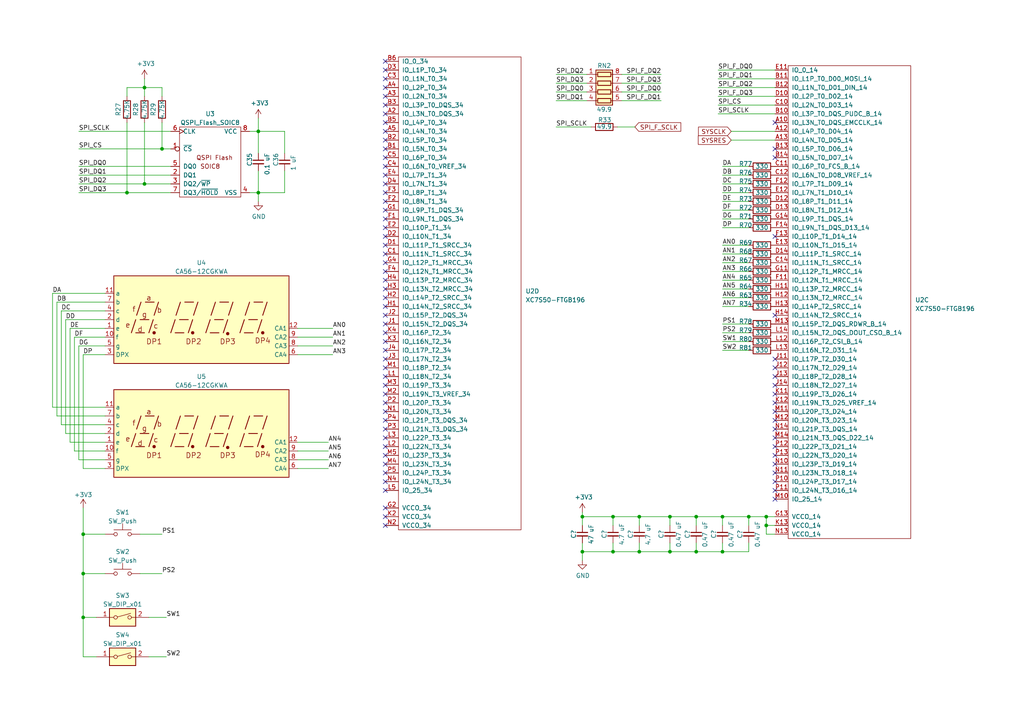
<source format=kicad_sch>
(kicad_sch (version 20230121) (generator eeschema)
  (paper "A4")
  (lib_symbols
    (symbol "Device:C_Small" (pin_numbers hide) (pin_names (offset 0.254) hide)
      (property "Reference" "C" (at 0.254 1.778 0))
      (property "Value" "C_Small" (at 0.254 -2.032 0))
      (symbol "C_Small_0_1"
        (polyline (pts (xy -1.524 -0.508) (xy 1.524 -0.508)) (stroke (width 0.3302)))
        (polyline (pts (xy -1.524 0.508) (xy 1.524 0.508)) (stroke (width 0.3048)))
      )
      (symbol "C_Small_1_1"
        (pin passive line (at 0 2.54 270) (length 2.032) (name "~") (number "1"))
        (pin passive line (at 0 -2.54 90) (length 2.032) (name "~") (number "2"))
      )
    )
    (symbol "Device:R" (pin_numbers hide) (pin_names (offset 0))
      (property "Reference" "R" (at 2.032 0 90))
      (property "Value" "R" (at 0 0 90))
      (symbol "R_0_1"
        (rectangle (start -1.016 -2.54) (end 1.016 2.54) (stroke (width 0.254)))
      )
      (symbol "R_1_1"
        (pin passive line (at 0 3.81 270) (length 1.27) (name "~") (number "1"))
        (pin passive line (at 0 -3.81 90) (length 1.27) (name "~") (number "2"))
      )
    )
    (symbol "Device:R_Pack04" (pin_names (offset 0) hide)
      (property "Reference" "RN" (at -7.62 0 90))
      (property "Value" "R_Pack04" (at 5.08 0 90))
      (symbol "R_Pack04_0_1"
        (rectangle (start -6.35 -2.413) (end 3.81 2.413) (stroke (width 0.254)) (fill (type background)))
        (rectangle (start -5.715 1.905) (end -4.445 -1.905) (stroke (width 0.254)))
        (rectangle (start -3.175 1.905) (end -1.905 -1.905) (stroke (width 0.254)))
        (rectangle (start -0.635 1.905) (end 0.635 -1.905) (stroke (width 0.254)))
        (polyline (pts (xy -5.08 -2.54) (xy -5.08 -1.905)))
        (polyline (pts (xy -5.08 1.905) (xy -5.08 2.54)))
        (polyline (pts (xy -2.54 -2.54) (xy -2.54 -1.905)))
        (polyline (pts (xy -2.54 1.905) (xy -2.54 2.54)))
        (polyline (pts (xy 0 -2.54) (xy 0 -1.905)))
        (polyline (pts (xy 0 1.905) (xy 0 2.54)))
        (polyline (pts (xy 2.54 -2.54) (xy 2.54 -1.905)))
        (polyline (pts (xy 2.54 1.905) (xy 2.54 2.54)))
        (rectangle (start 1.905 1.905) (end 3.175 -1.905) (stroke (width 0.254)))
      )
      (symbol "R_Pack04_1_1"
        (pin passive line (at -5.08 -5.08 90) (length 2.54) (name "R1.1") (number "1"))
        (pin passive line (at -2.54 -5.08 90) (length 2.54) (name "R2.1") (number "2"))
        (pin passive line (at 0 -5.08 90) (length 2.54) (name "R3.1") (number "3"))
        (pin passive line (at 2.54 -5.08 90) (length 2.54) (name "R4.1") (number "4"))
        (pin passive line (at 2.54 5.08 270) (length 2.54) (name "R4.2") (number "5"))
        (pin passive line (at 0 5.08 270) (length 2.54) (name "R3.2") (number "6"))
        (pin passive line (at -2.54 5.08 270) (length 2.54) (name "R2.2") (number "7"))
        (pin passive line (at -5.08 5.08 270) (length 2.54) (name "R1.2") (number "8"))
      )
    )
    (symbol "Display_Character:CA56-12CGKWA"
      (property "Reference" "U" (at -24.13 13.97 0))
      (property "Value" "CA56-12CGKWA" (at 17.78 13.97 0))
      (symbol "CA56-12CGKWA_0_0"
        (rectangle (start -25.4 12.7) (end 25.4 -12.7) (stroke (width 0.254)) (fill (type background)))
        (polyline (pts (xy -20.32 -3.81) (xy -19.05 0)) (stroke (width 0.254)))
        (polyline (pts (xy -19.05 -3.81) (xy -16.51 -3.81)) (stroke (width 0.254)))
        (polyline (pts (xy -18.796 1.27) (xy -17.526 5.08)) (stroke (width 0.254)))
        (polyline (pts (xy -17.78 0) (xy -15.24 0)) (stroke (width 0.254)))
        (polyline (pts (xy -16.256 5.08) (xy -13.716 5.08)) (stroke (width 0.254)))
        (polyline (pts (xy -15.24 -3.81) (xy -13.97 0)) (stroke (width 0.254)))
        (polyline (pts (xy -13.716 1.27) (xy -12.446 5.08)) (stroke (width 0.254)))
        (polyline (pts (xy -8.89 -3.81) (xy -7.62 0)) (stroke (width 0.254)))
        (polyline (pts (xy -7.62 -3.81) (xy -5.08 -3.81)) (stroke (width 0.254)))
        (polyline (pts (xy -7.366 1.27) (xy -6.096 5.08)) (stroke (width 0.254)))
        (polyline (pts (xy -6.35 0) (xy -3.81 0)) (stroke (width 0.254)))
        (polyline (pts (xy -4.826 5.08) (xy -2.286 5.08)) (stroke (width 0.254)))
        (polyline (pts (xy -3.81 -3.81) (xy -2.54 0)) (stroke (width 0.254)))
        (polyline (pts (xy -2.286 1.27) (xy -1.016 5.08)) (stroke (width 0.254)))
        (polyline (pts (xy 1.27 -3.81) (xy 2.54 0)) (stroke (width 0.254)))
        (polyline (pts (xy 2.54 -3.81) (xy 5.08 -3.81)) (stroke (width 0.254)))
        (polyline (pts (xy 2.794 1.27) (xy 4.064 5.08)) (stroke (width 0.254)))
        (polyline (pts (xy 3.81 0) (xy 6.35 0)) (stroke (width 0.254)))
        (polyline (pts (xy 5.334 5.08) (xy 7.874 5.08)) (stroke (width 0.254)))
        (polyline (pts (xy 6.35 -3.81) (xy 7.62 0)) (stroke (width 0.254)))
        (polyline (pts (xy 7.874 1.27) (xy 9.144 5.08)) (stroke (width 0.254)))
        (polyline (pts (xy 11.176 -3.81) (xy 12.446 0)) (stroke (width 0.254)))
        (polyline (pts (xy 12.446 -3.81) (xy 14.986 -3.81)) (stroke (width 0.254)))
        (polyline (pts (xy 12.7 1.27) (xy 13.97 5.08)) (stroke (width 0.254)))
        (polyline (pts (xy 13.716 0) (xy 16.256 0)) (stroke (width 0.254)))
        (polyline (pts (xy 15.24 5.08) (xy 17.78 5.08)) (stroke (width 0.254)))
        (polyline (pts (xy 16.256 -3.81) (xy 17.526 0)) (stroke (width 0.254)))
        (polyline (pts (xy 17.78 1.27) (xy 19.05 5.08)) (stroke (width 0.254)))
        (text "a" (at -15.24 6.35 0) (effects (font (size 1.524 1.524))))
        (text "b" (at -12.192 2.794 0) (effects (font (size 1.524 1.524))))
        (text "c" (at -13.208 -1.778 0) (effects (font (size 1.524 1.524))))
        (text "d" (at -17.78 -2.794 0) (effects (font (size 1.524 1.524))))
        (text "DP1" (at -13.716 -6.35 0) (effects (font (size 1.524 1.524))))
        (text "DP2" (at -2.286 -6.35 0) (effects (font (size 1.524 1.524))))
        (text "DP3" (at 7.62 -6.35 0) (effects (font (size 1.524 1.524))))
        (text "DP4" (at 17.78 -6.096 0) (effects (font (size 1.524 1.524))))
        (text "e" (at -21.336 -1.524 0) (effects (font (size 1.524 1.524))))
        (text "f" (at -19.558 3.048 0) (effects (font (size 1.524 1.524))))
        (text "g" (at -16.51 1.524 0) (effects (font (size 1.524 1.524))))
      )
      (symbol "CA56-12CGKWA_0_1"
        (circle (center -13.716 -3.81) (radius 0.3556) (stroke (width 0.254)) (fill (type outline)))
        (circle (center -2.54 -3.81) (radius 0.3556) (stroke (width 0.254)) (fill (type outline)))
      )
      (symbol "CA56-12CGKWA_1_0"
        (circle (center 7.62 -4.064) (radius 0.3556) (stroke (width 0.254)) (fill (type outline)))
        (circle (center 17.78 -3.81) (radius 0.3556) (stroke (width 0.254)) (fill (type outline)))
      )
      (symbol "CA56-12CGKWA_1_1"
        (pin input line (at -27.94 -2.54 0) (length 2.54) (name "e") (number "1"))
        (pin input line (at -27.94 -5.08 0) (length 2.54) (name "f") (number "10"))
        (pin input line (at -27.94 7.62 0) (length 2.54) (name "a") (number "11"))
        (pin input line (at 27.94 -2.54 180) (length 2.54) (name "CA1") (number "12"))
        (pin input line (at -27.94 0 0) (length 2.54) (name "d") (number "2"))
        (pin input line (at -27.94 -10.16 0) (length 2.54) (name "DPX") (number "3"))
        (pin input line (at -27.94 2.54 0) (length 2.54) (name "c") (number "4"))
        (pin input line (at -27.94 -7.62 0) (length 2.54) (name "g") (number "5"))
        (pin input line (at 27.94 -10.16 180) (length 2.54) (name "CA4") (number "6"))
        (pin input line (at -27.94 5.08 0) (length 2.54) (name "b") (number "7"))
        (pin input line (at 27.94 -7.62 180) (length 2.54) (name "CA3") (number "8"))
        (pin input line (at 27.94 -5.08 180) (length 2.54) (name "CA2") (number "9"))
      )
    )
    (symbol "Prof:QSPI_Flash_SOIC8" (pin_names (offset 1.016))
      (property "Reference" "U" (at 0 11.43 0))
      (property "Value" "QSPI_Flash_SOIC8" (at 0 -11.43 0))
      (symbol "QSPI_Flash_SOIC8_0_0"
        (text "QSPI Flash" (at 1.27 1.27 0) (effects (font (size 1.27 1.27))))
        (text "SOIC8" (at 0 -1.27 0) (effects (font (size 1.27 1.27))))
      )
      (symbol "QSPI_Flash_SOIC8_0_1"
        (rectangle (start -8.89 10.16) (end 8.89 -10.16))
      )
      (symbol "QSPI_Flash_SOIC8_1_1"
        (pin input inverted (at -11.43 3.81 0) (length 2.54) (name "~{CS}") (number "1"))
        (pin bidirectional line (at -11.43 -3.81 0) (length 2.54) (name "DQ1") (number "2"))
        (pin bidirectional line (at -11.43 -6.35 0) (length 2.54) (name "DQ2/~{WP}") (number "3"))
        (pin power_in line (at 11.43 -8.89 180) (length 2.54) (name "VSS") (number "4"))
        (pin bidirectional line (at -11.43 -1.27 0) (length 2.54) (name "DQ0") (number "5"))
        (pin input clock (at -11.43 8.89 0) (length 2.54) (name "CLK") (number "6"))
        (pin bidirectional line (at -11.43 -8.89 0) (length 2.54) (name "DQ3/~{HOLD}") (number "7"))
        (pin power_in line (at 11.43 8.89 180) (length 2.54) (name "VCC") (number "8"))
      )
    )
    (symbol "Prof:XC7S50-FTGB196" (pin_names (offset 1.016))
      (property "Reference" "U" (at -1.27 69.85 0))
      (property "Value" "XC7S50-FTGB196" (at 0 -69.85 0))
      (symbol "XC7S50-FTGB196_1_1"
        (rectangle (start -7.62 31.75) (end 7.62 -31.75))
        (pin power_in line (at -11.43 30.48 0) (length 3.81) (name "GND") (number "A1"))
        (pin power_in line (at -11.43 22.86 0) (length 3.81) (name "GND") (number "A11"))
        (pin power_in line (at -11.43 20.32 0) (length 3.81) (name "GND") (number "A14"))
        (pin power_in line (at -11.43 27.94 0) (length 3.81) (name "GND") (number "A6"))
        (pin power_in line (at -11.43 25.4 0) (length 3.81) (name "GND") (number "A9"))
        (pin power_in line (at -11.43 17.78 0) (length 3.81) (name "GND") (number "B4"))
        (pin power_in line (at -11.43 15.24 0) (length 3.81) (name "GND") (number "B7"))
        (pin power_in line (at -11.43 12.7 0) (length 3.81) (name "GND") (number "B9"))
        (pin power_in line (at -11.43 -2.54 0) (length 3.81) (name "GND") (number "C13"))
        (pin power_in line (at -11.43 10.16 0) (length 3.81) (name "GND") (number "C2"))
        (pin power_in line (at -11.43 7.62 0) (length 3.81) (name "GND") (number "C6"))
        (pin power_in line (at -11.43 5.08 0) (length 3.81) (name "GND") (number "C7"))
        (pin power_in line (at -11.43 2.54 0) (length 3.81) (name "GND") (number "C8"))
        (pin power_in line (at -11.43 0 0) (length 3.81) (name "GND") (number "C9"))
        (pin power_in line (at -11.43 -12.7 0) (length 3.81) (name "GND") (number "D11"))
        (pin power_in line (at -11.43 -5.08 0) (length 3.81) (name "GND") (number "D5"))
        (pin power_in line (at -11.43 -7.62 0) (length 3.81) (name "GND") (number "D7"))
        (pin power_in line (at -11.43 -10.16 0) (length 3.81) (name "GND") (number "D9"))
        (pin power_in line (at -11.43 -15.24 0) (length 3.81) (name "GND") (number "E1"))
        (pin power_in line (at -11.43 -25.4 0) (length 3.81) (name "GND") (number "E10"))
        (pin power_in line (at -11.43 -27.94 0) (length 3.81) (name "GND") (number "E14"))
        (pin power_in line (at -11.43 -17.78 0) (length 3.81) (name "GND") (number "E3"))
        (pin power_in line (at -11.43 -20.32 0) (length 3.81) (name "GND") (number "E6"))
        (pin power_in line (at -11.43 -22.86 0) (length 3.81) (name "GND") (number "E8"))
        (pin power_in line (at 11.43 20.32 180) (length 3.81) (name "GND") (number "F5"))
        (pin power_in line (at 11.43 22.86 180) (length 3.81) (name "GND") (number "F9"))
        (pin power_in line (at 11.43 30.48 180) (length 3.81) (name "GND") (number "G10"))
        (pin power_in line (at -11.43 -30.48 0) (length 3.81) (name "GND") (number "G12"))
        (pin power_in line (at 11.43 25.4 180) (length 3.81) (name "GND") (number "G3"))
        (pin power_in line (at 11.43 27.94 180) (length 3.81) (name "GND") (number "G6"))
        (pin power_in line (at 11.43 0 180) (length 3.81) (name "GND") (number "H5"))
        (pin power_in line (at 11.43 2.54 180) (length 3.81) (name "GND") (number "H9"))
        (pin power_in line (at 11.43 7.62 180) (length 3.81) (name "GND") (number "J10"))
        (pin power_in line (at 11.43 5.08 180) (length 3.81) (name "GND") (number "J6"))
        (pin power_in line (at 11.43 10.16 180) (length 3.81) (name "GND") (number "K1"))
        (pin power_in line (at 11.43 -2.54 180) (length 3.81) (name "GND") (number "K14"))
        (pin power_in line (at 11.43 12.7 180) (length 3.81) (name "GND") (number "K5"))
        (pin power_in line (at 11.43 15.24 180) (length 3.81) (name "GND") (number "K7"))
        (pin power_in line (at 11.43 17.78 180) (length 3.81) (name "GND") (number "K9"))
        (pin power_in line (at 11.43 -12.7 180) (length 3.81) (name "GND") (number "L10"))
        (pin power_in line (at 11.43 -15.24 180) (length 3.81) (name "GND") (number "L11"))
        (pin power_in line (at 11.43 -5.08 180) (length 3.81) (name "GND") (number "L4"))
        (pin power_in line (at 11.43 -7.62 180) (length 3.81) (name "GND") (number "L6"))
        (pin power_in line (at 11.43 -10.16 180) (length 3.81) (name "GND") (number "L8"))
        (pin power_in line (at 11.43 -25.4 180) (length 3.81) (name "GND") (number "N12"))
        (pin power_in line (at 11.43 -17.78 180) (length 3.81) (name "GND") (number "N3"))
        (pin power_in line (at 11.43 -20.32 180) (length 3.81) (name "GND") (number "N5"))
        (pin power_in line (at 11.43 -22.86 180) (length 3.81) (name "GND") (number "N9"))
        (pin power_in line (at 11.43 -27.94 180) (length 3.81) (name "GND") (number "P1"))
        (pin power_in line (at 11.43 -30.48 180) (length 3.81) (name "GND") (number "P14"))
      )
      (symbol "XC7S50-FTGB196_2_1"
        (rectangle (start 10.16 12.7) (end -11.43 -12.7))
        (pin power_in line (at 13.97 11.43 180) (length 3.81) (name "VCCINT") (number "D6"))
        (pin power_in line (at 13.97 8.89 180) (length 3.81) (name "VCCINT") (number "D8"))
        (pin power_in line (at -15.24 -6.35 0) (length 3.81) (name "VCCBRAM") (number "E5"))
        (pin power_in line (at 13.97 6.35 180) (length 3.81) (name "VCCINT") (number "E7"))
        (pin power_in line (at 13.97 3.81 180) (length 3.81) (name "VCCINT") (number "E9"))
        (pin power_in line (at -15.24 11.43 0) (length 3.81) (name "VCCAUX") (number "F10"))
        (pin power_in line (at 13.97 1.27 180) (length 3.81) (name "VCCINT") (number "F6"))
        (pin power_in line (at -15.24 -8.89 0) (length 3.81) (name "VCCBRAM") (number "G5"))
        (pin power_in line (at 13.97 -1.27 180) (length 3.81) (name "VCCINT") (number "G9"))
        (pin power_in line (at -15.24 8.89 0) (length 3.81) (name "VCCAUX") (number "H10"))
        (pin power_in line (at 13.97 -3.81 180) (length 3.81) (name "VCCINT") (number "H6"))
        (pin power_in line (at -15.24 -11.43 0) (length 3.81) (name "VCCBRAM") (number "J5"))
        (pin power_in line (at 13.97 -6.35 180) (length 3.81) (name "VCCINT") (number "J9"))
        (pin power_in line (at -15.24 6.35 0) (length 3.81) (name "VCCAUX") (number "K10"))
        (pin power_in line (at 13.97 -8.89 180) (length 3.81) (name "VCCINT") (number "K6"))
        (pin power_in line (at 13.97 -11.43 180) (length 3.81) (name "VCCINT") (number "K8"))
        (pin power_in line (at -15.24 3.81 0) (length 3.81) (name "VCCAUX") (number "L9"))
      )
      (symbol "XC7S50-FTGB196_3_1"
        (rectangle (start -17.78 68.58) (end 17.78 -68.58))
        (pin bidirectional line (at -21.59 52.07 0) (length 3.81) (name "IO_L3N_T0_DQS_EMCCLK_14") (number "A10"))
        (pin bidirectional line (at -21.59 49.53 0) (length 3.81) (name "IO_L4P_T0_D04_14") (number "A12"))
        (pin bidirectional line (at -21.59 46.99 0) (length 3.81) (name "IO_L4N_T0_D05_14") (number "A13"))
        (pin bidirectional line (at -21.59 54.61 0) (length 3.81) (name "IO_L3P_T0_DQS_PUDC_B_14") (number "B10"))
        (pin bidirectional line (at -21.59 64.77 0) (length 3.81) (name "IO_L1P_T0_D00_MOSI_14") (number "B11"))
        (pin bidirectional line (at -21.59 62.23 0) (length 3.81) (name "IO_L1N_T0_D01_DIN_14") (number "B12"))
        (pin bidirectional line (at -21.59 44.45 0) (length 3.81) (name "IO_L5P_T0_D06_14") (number "B13"))
        (pin bidirectional line (at -21.59 41.91 0) (length 3.81) (name "IO_L5N_T0_D07_14") (number "B14"))
        (pin bidirectional line (at -21.59 57.15 0) (length 3.81) (name "IO_L2N_T0_D03_14") (number "C10"))
        (pin bidirectional line (at -21.59 39.37 0) (length 3.81) (name "IO_L6P_T0_FCS_B_14") (number "C11"))
        (pin bidirectional line (at -21.59 36.83 0) (length 3.81) (name "IO_L6N_T0_D08_VREF_14") (number "C12"))
        (pin bidirectional line (at -21.59 11.43 0) (length 3.81) (name "IO_L11N_T1_SRCC_14") (number "C14"))
        (pin bidirectional line (at -21.59 59.69 0) (length 3.81) (name "IO_L2P_T0_D02_14") (number "D10"))
        (pin bidirectional line (at -21.59 29.21 0) (length 3.81) (name "IO_L8P_T1_D11_14") (number "D12"))
        (pin bidirectional line (at -21.59 26.67 0) (length 3.81) (name "IO_L8N_T1_D12_14") (number "D13"))
        (pin bidirectional line (at -21.59 13.97 0) (length 3.81) (name "IO_L11P_T1_SRCC_14") (number "D14"))
        (pin bidirectional line (at -21.59 67.31 0) (length 3.81) (name "IO_0_14") (number "E11"))
        (pin bidirectional line (at -21.59 31.75 0) (length 3.81) (name "IO_L7N_T1_D10_14") (number "E12"))
        (pin bidirectional line (at -21.59 16.51 0) (length 3.81) (name "IO_L10N_T1_D15_14") (number "E13"))
        (pin bidirectional line (at -21.59 6.35 0) (length 3.81) (name "IO_L12N_T1_MRCC_14") (number "F11"))
        (pin bidirectional line (at -21.59 34.29 0) (length 3.81) (name "IO_L7P_T1_D09_14") (number "F12"))
        (pin bidirectional line (at -21.59 19.05 0) (length 3.81) (name "IO_L10P_T1_D14_14") (number "F13"))
        (pin bidirectional line (at -21.59 21.59 0) (length 3.81) (name "IO_L9N_T1_DQS_D13_14") (number "F14"))
        (pin bidirectional line (at -21.59 8.89 0) (length 3.81) (name "IO_L12P_T1_MRCC_14") (number "G11"))
        (pin power_in line (at -21.59 -62.23 0) (length 3.81) (name "VCCO_14") (number "G13"))
        (pin bidirectional line (at -21.59 24.13 0) (length 3.81) (name "IO_L9P_T1_DQS_14") (number "G14"))
        (pin bidirectional line (at -21.59 3.81 0) (length 3.81) (name "IO_L13P_T2_MRCC_14") (number "H11"))
        (pin bidirectional line (at -21.59 1.27 0) (length 3.81) (name "IO_L13N_T2_MRCC_14") (number "H12"))
        (pin bidirectional line (at -21.59 -1.27 0) (length 3.81) (name "IO_L14P_T2_SRCC_14") (number "H13"))
        (pin bidirectional line (at -21.59 -3.81 0) (length 3.81) (name "IO_L14N_T2_SRCC_14") (number "H14"))
        (pin bidirectional line (at -21.59 -16.51 0) (length 3.81) (name "IO_L17P_T2_D30_14") (number "J11"))
        (pin bidirectional line (at -21.59 -19.05 0) (length 3.81) (name "IO_L17N_T2_D29_14") (number "J12"))
        (pin bidirectional line (at -21.59 -21.59 0) (length 3.81) (name "IO_L18P_T2_D28_14") (number "J13"))
        (pin bidirectional line (at -21.59 -24.13 0) (length 3.81) (name "IO_L18N_T2_D27_14") (number "J14"))
        (pin bidirectional line (at -21.59 -26.67 0) (length 3.81) (name "IO_L19P_T3_D26_14") (number "K11"))
        (pin bidirectional line (at -21.59 -29.21 0) (length 3.81) (name "IO_L19N_T3_D25_VREF_14") (number "K12"))
        (pin power_in line (at -21.59 -64.77 0) (length 3.81) (name "VCCO_14") (number "K13"))
        (pin bidirectional line (at -21.59 -11.43 0) (length 3.81) (name "IO_L16P_T2_CSI_B_14") (number "L12"))
        (pin bidirectional line (at -21.59 -13.97 0) (length 3.81) (name "IO_L16N_T2_D31_14") (number "L13"))
        (pin bidirectional line (at -21.59 -8.89 0) (length 3.81) (name "IO_L15N_T2_DQS_DOUT_CSO_B_14") (number "L14"))
        (pin bidirectional line (at -21.59 -57.15 0) (length 3.81) (name "IO_25_14") (number "M10"))
        (pin bidirectional line (at -21.59 -31.75 0) (length 3.81) (name "IO_L20P_T3_D24_14") (number "M11"))
        (pin bidirectional line (at -21.59 -34.29 0) (length 3.81) (name "IO_L20N_T3_D23_14") (number "M12"))
        (pin bidirectional line (at -21.59 -6.35 0) (length 3.81) (name "IO_L15P_T2_DQS_RDWR_B_14") (number "M13"))
        (pin bidirectional line (at -21.59 -39.37 0) (length 3.81) (name "IO_L21N_T3_DQS_D22_14") (number "M14"))
        (pin bidirectional line (at -21.59 -46.99 0) (length 3.81) (name "IO_L23P_T3_D19_14") (number "N10"))
        (pin bidirectional line (at -21.59 -49.53 0) (length 3.81) (name "IO_L23N_T3_D18_14") (number "N11"))
        (pin power_in line (at -21.59 -67.31 0) (length 3.81) (name "VCCO_14") (number "N13"))
        (pin bidirectional line (at -21.59 -36.83 0) (length 3.81) (name "IO_L21P_T3_DQS_14") (number "N14"))
        (pin bidirectional line (at -21.59 -52.07 0) (length 3.81) (name "IO_L24P_T3_D17_14") (number "P10"))
        (pin bidirectional line (at -21.59 -54.61 0) (length 3.81) (name "IO_L24N_T3_D16_14") (number "P11"))
        (pin bidirectional line (at -21.59 -41.91 0) (length 3.81) (name "IO_L22P_T3_D21_14") (number "P12"))
        (pin bidirectional line (at -21.59 -44.45 0) (length 3.81) (name "IO_L22N_T3_D20_14") (number "P13"))
      )
      (symbol "XC7S50-FTGB196_4_1"
        (rectangle (start -17.78 68.58) (end 17.78 -68.58))
        (pin bidirectional line (at -21.59 52.07 0) (length 3.81) (name "IO_L3N_T0_DQS_34") (number "A2"))
        (pin bidirectional line (at -21.59 57.15 0) (length 3.81) (name "IO_L2N_T0_34") (number "A3"))
        (pin bidirectional line (at -21.59 59.69 0) (length 3.81) (name "IO_L2P_T0_34") (number "A4"))
        (pin bidirectional line (at -21.59 46.99 0) (length 3.81) (name "IO_L4N_T0_34") (number "A5"))
        (pin bidirectional line (at -21.59 41.91 0) (length 3.81) (name "IO_L5N_T0_34") (number "B1"))
        (pin bidirectional line (at -21.59 44.45 0) (length 3.81) (name "IO_L5P_T0_34") (number "B2"))
        (pin bidirectional line (at -21.59 54.61 0) (length 3.81) (name "IO_L3P_T0_DQS_34") (number "B3"))
        (pin bidirectional line (at -21.59 49.53 0) (length 3.81) (name "IO_L4P_T0_34") (number "B5"))
        (pin bidirectional line (at -21.59 67.31 0) (length 3.81) (name "IO_0_34") (number "B6"))
        (pin bidirectional line (at -21.59 11.43 0) (length 3.81) (name "IO_L11N_T1_SRCC_34") (number "C1"))
        (pin bidirectional line (at -21.59 62.23 0) (length 3.81) (name "IO_L1N_T0_34") (number "C3"))
        (pin bidirectional line (at -21.59 36.83 0) (length 3.81) (name "IO_L6N_T0_VREF_34") (number "C4"))
        (pin bidirectional line (at -21.59 39.37 0) (length 3.81) (name "IO_L6P_T0_34") (number "C5"))
        (pin bidirectional line (at -21.59 13.97 0) (length 3.81) (name "IO_L11P_T1_SRCC_34") (number "D1"))
        (pin bidirectional line (at -21.59 16.51 0) (length 3.81) (name "IO_L10N_T1_34") (number "D2"))
        (pin bidirectional line (at -21.59 64.77 0) (length 3.81) (name "IO_L1P_T0_34") (number "D3"))
        (pin bidirectional line (at -21.59 31.75 0) (length 3.81) (name "IO_L7N_T1_34") (number "D4"))
        (pin bidirectional line (at -21.59 19.05 0) (length 3.81) (name "IO_L10P_T1_34") (number "E2"))
        (pin bidirectional line (at -21.59 34.29 0) (length 3.81) (name "IO_L7P_T1_34") (number "E4"))
        (pin bidirectional line (at -21.59 21.59 0) (length 3.81) (name "IO_L9N_T1_DQS_34") (number "F1"))
        (pin bidirectional line (at -21.59 26.67 0) (length 3.81) (name "IO_L8N_T1_34") (number "F2"))
        (pin bidirectional line (at -21.59 29.21 0) (length 3.81) (name "IO_L8P_T1_34") (number "F3"))
        (pin bidirectional line (at -21.59 6.35 0) (length 3.81) (name "IO_L12N_T1_MRCC_34") (number "F4"))
        (pin bidirectional line (at -21.59 24.13 0) (length 3.81) (name "IO_L9P_T1_DQS_34") (number "G1"))
        (pin power_in line (at -21.59 -62.23 0) (length 3.81) (name "VCCO_34") (number "G2"))
        (pin bidirectional line (at -21.59 8.89 0) (length 3.81) (name "IO_L12P_T1_MRCC_34") (number "G4"))
        (pin bidirectional line (at -21.59 -3.81 0) (length 3.81) (name "IO_L14N_T2_SRCC_34") (number "H1"))
        (pin bidirectional line (at -21.59 -1.27 0) (length 3.81) (name "IO_L14P_T2_SRCC_34") (number "H2"))
        (pin bidirectional line (at -21.59 1.27 0) (length 3.81) (name "IO_L13N_T2_MRCC_34") (number "H3"))
        (pin bidirectional line (at -21.59 3.81 0) (length 3.81) (name "IO_L13P_T2_MRCC_34") (number "H4"))
        (pin bidirectional line (at -21.59 -8.89 0) (length 3.81) (name "IO_L15N_T2_DQS_34") (number "J1"))
        (pin bidirectional line (at -21.59 -6.35 0) (length 3.81) (name "IO_L15P_T2_DQS_34") (number "J2"))
        (pin bidirectional line (at -21.59 -19.05 0) (length 3.81) (name "IO_L17N_T2_34") (number "J3"))
        (pin bidirectional line (at -21.59 -16.51 0) (length 3.81) (name "IO_L17P_T2_34") (number "J4"))
        (pin power_in line (at -21.59 -64.77 0) (length 3.81) (name "VCCO_34") (number "K2"))
        (pin bidirectional line (at -21.59 -13.97 0) (length 3.81) (name "IO_L16N_T2_34") (number "K3"))
        (pin bidirectional line (at -21.59 -11.43 0) (length 3.81) (name "IO_L16P_T2_34") (number "K4"))
        (pin bidirectional line (at -21.59 -24.13 0) (length 3.81) (name "IO_L18N_T2_34") (number "L1"))
        (pin bidirectional line (at -21.59 -44.45 0) (length 3.81) (name "IO_L22N_T3_34") (number "L2"))
        (pin bidirectional line (at -21.59 -41.91 0) (length 3.81) (name "IO_L22P_T3_34") (number "L3"))
        (pin bidirectional line (at -21.59 -57.15 0) (length 3.81) (name "IO_25_34") (number "L5"))
        (pin bidirectional line (at -21.59 -21.59 0) (length 3.81) (name "IO_L18P_T2_34") (number "M1"))
        (pin bidirectional line (at -21.59 -29.21 0) (length 3.81) (name "IO_L19N_T3_VREF_34") (number "M2"))
        (pin bidirectional line (at -21.59 -26.67 0) (length 3.81) (name "IO_L19P_T3_34") (number "M3"))
        (pin bidirectional line (at -21.59 -49.53 0) (length 3.81) (name "IO_L23N_T3_34") (number "M4"))
        (pin bidirectional line (at -21.59 -46.99 0) (length 3.81) (name "IO_L23P_T3_34") (number "M5"))
        (pin bidirectional line (at -21.59 -34.29 0) (length 3.81) (name "IO_L20N_T3_34") (number "N1"))
        (pin power_in line (at -21.59 -67.31 0) (length 3.81) (name "VCCO_34") (number "N2"))
        (pin bidirectional line (at -21.59 -54.61 0) (length 3.81) (name "IO_L24N_T3_34") (number "N4"))
        (pin bidirectional line (at -21.59 -31.75 0) (length 3.81) (name "IO_L20P_T3_34") (number "P2"))
        (pin bidirectional line (at -21.59 -39.37 0) (length 3.81) (name "IO_L21N_T3_DQS_34") (number "P3"))
        (pin bidirectional line (at -21.59 -36.83 0) (length 3.81) (name "IO_L21P_T3_DQS_34") (number "P4"))
        (pin bidirectional line (at -21.59 -52.07 0) (length 3.81) (name "IO_L24P_T3_34") (number "P5"))
      )
      (symbol "XC7S50-FTGB196_5_1"
        (rectangle (start -7.62 41.91) (end 7.62 -41.91))
        (pin input clock (at -11.43 25.4 0) (length 3.81) (name "TCK_0") (number "A7"))
        (pin output clock (at -11.43 -17.78 0) (length 3.81) (name "CCLK_0") (number "A8"))
        (pin power_in line (at -11.43 33.02 0) (length 3.81) (name "VCCBATT_0") (number "B8"))
        (pin power_in line (at -11.43 38.1 0) (length 3.81) (name "GNDADC_0") (number "F7"))
        (pin power_in line (at -11.43 40.64 0) (length 3.81) (name "VCCADC_0") (number "F8"))
        (pin input line (at -11.43 12.7 0) (length 3.81) (name "VREFN_0") (number "G7"))
        (pin input line (at -11.43 7.62 0) (length 3.81) (name "VP_0") (number "G8"))
        (pin input line (at -11.43 5.08 0) (length 3.81) (name "VN_0") (number "H7"))
        (pin input line (at -11.43 15.24 0) (length 3.81) (name "VREFP_0") (number "H8"))
        (pin passive line (at -11.43 -2.54 0) (length 3.81) (name "DXN_0") (number "J7"))
        (pin passive line (at -11.43 0 0) (length 3.81) (name "DXP_0") (number "J8"))
        (pin bidirectional line (at -11.43 -33.02 0) (length 3.81) (name "PROGRAM_B_0") (number "L7"))
        (pin input line (at -11.43 27.94 0) (length 3.81) (name "TMS_0") (number "M6"))
        (pin input line (at -11.43 -7.62 0) (length 3.81) (name "M0_0") (number "M7"))
        (pin input line (at -11.43 -10.16 0) (length 3.81) (name "M1_0") (number "M8"))
        (pin input line (at -11.43 -12.7 0) (length 3.81) (name "M2_0") (number "M9"))
        (pin power_in line (at -11.43 -38.1 0) (length 3.81) (name "VCCO_0") (number "N6"))
        (pin passive line (at -11.43 -22.86 0) (length 3.81) (name "CFGBVS_0") (number "N7"))
        (pin power_in line (at -11.43 -40.64 0) (length 3.81) (name "VCCO_0") (number "N8"))
        (pin output line (at -11.43 20.32 0) (length 3.81) (name "TDO_0") (number "P6"))
        (pin input line (at -11.43 22.86 0) (length 3.81) (name "TDI_0") (number "P7"))
        (pin passive line (at -11.43 -30.48 0) (length 3.81) (name "INIT_B_0") (number "P8"))
        (pin passive line (at -11.43 -27.94 0) (length 3.81) (name "DONE_0") (number "P9"))
      )
    )
    (symbol "Switch:SW_DIP_x01" (pin_names (offset 0) hide)
      (property "Reference" "SW" (at 0 3.81 0))
      (property "Value" "SW_DIP_x01" (at 0 -3.81 0))
      (symbol "SW_DIP_x01_0_0"
        (circle (center -2.032 0) (radius 0.508))
        (polyline (pts (xy -1.524 0.127) (xy 2.3622 1.1684)))
        (circle (center 2.032 0) (radius 0.508))
      )
      (symbol "SW_DIP_x01_0_1"
        (rectangle (start -3.81 2.54) (end 3.81 -2.54) (stroke (width 0.254)) (fill (type background)))
      )
      (symbol "SW_DIP_x01_1_1"
        (pin passive line (at -7.62 0 0) (length 5.08) (name "~") (number "1"))
        (pin passive line (at 7.62 0 180) (length 5.08) (name "~") (number "2"))
      )
    )
    (symbol "Switch:SW_Push" (pin_numbers hide) (pin_names (offset 1.016) hide)
      (property "Reference" "SW" (at 1.27 2.54 0))
      (property "Value" "SW_Push" (at 0 -1.524 0))
      (symbol "SW_Push_0_1"
        (circle (center -2.032 0) (radius 0.508))
        (polyline (pts (xy 0 1.27) (xy 0 3.048)))
        (polyline (pts (xy 2.54 1.27) (xy -2.54 1.27)))
        (circle (center 2.032 0) (radius 0.508))
        (pin passive line (at -5.08 0 0) (length 2.54) (name "1") (number "1"))
        (pin passive line (at 5.08 0 180) (length 2.54) (name "2") (number "2"))
      )
    )
    (symbol "power:+3V3" (power) (pin_names (offset 0))
      (property "Value" "+3V3" (at 0 3.556 0))
      (symbol "+3V3_0_1"
        (polyline (pts (xy -0.762 1.27) (xy 0 2.54)))
        (polyline (pts (xy 0 0) (xy 0 2.54)))
        (polyline (pts (xy 0 2.54) (xy 0.762 1.27)))
      )
      (symbol "+3V3_1_1"
        (pin power_in line (at 0 0 90) (length 0) hide (name "+3V3") (number "1"))
      )
    )
    (symbol "power:GND" (power) (pin_names (offset 0))
      (property "Value" "GND" (at 0 -3.81 0))
      (symbol "GND_0_1"
        (polyline (pts (xy 0 0) (xy 0 -1.27) (xy 1.27 -1.27) (xy 0 -2.54) (xy -1.27 -1.27) (xy 0 -1.27)))
      )
      (symbol "GND_1_1"
        (pin power_in line (at 0 0 270) (length 0) hide (name "GND") (number "1"))
      )
    )
  )
  (junction (at 201.93 160.02))
  (junction (at 185.42 149.86))
  (junction (at 168.91 149.86))
  (junction (at 177.8 160.02))
  (junction (at 185.42 160.02))
  (junction (at 36.83 55.88))
  (junction (at 222.25 149.86))
  (junction (at 222.25 152.4))
  (junction (at 168.91 160.02))
  (junction (at 209.55 149.86))
  (junction (at 46.99 43.18))
  (junction (at 41.91 53.34))
  (junction (at 74.93 38.1))
  (junction (at 24.13 166.37))
  (junction (at 194.31 149.86))
  (junction (at 209.55 160.02))
  (junction (at 24.13 154.94))
  (junction (at 194.31 160.02))
  (junction (at 177.8 149.86))
  (junction (at 217.17 149.86))
  (junction (at 201.93 149.86))
  (junction (at 24.13 179.07))
  (junction (at 41.91 25.4))
  (junction (at 74.93 55.88))
  (no_connect (at 111.76 101.6))
  (no_connect (at 224.79 116.84))
  (no_connect (at 111.76 152.4))
  (no_connect (at 111.76 91.44))
  (no_connect (at 111.76 88.9))
  (no_connect (at 111.76 81.28))
  (no_connect (at 111.76 17.78))
  (no_connect (at 111.76 20.32))
  (no_connect (at 111.76 45.72))
  (no_connect (at 224.79 134.62))
  (no_connect (at 111.76 106.68))
  (no_connect (at 224.79 139.7))
  (no_connect (at 111.76 116.84))
  (no_connect (at 111.76 111.76))
  (no_connect (at 111.76 48.26))
  (no_connect (at 111.76 53.34))
  (no_connect (at 111.76 33.02))
  (no_connect (at 224.79 137.16))
  (no_connect (at 111.76 142.24))
  (no_connect (at 111.76 55.88))
  (no_connect (at 111.76 96.52))
  (no_connect (at 111.76 139.7))
  (no_connect (at 111.76 66.04))
  (no_connect (at 111.76 71.12))
  (no_connect (at 111.76 63.5))
  (no_connect (at 111.76 121.92))
  (no_connect (at 111.76 50.8))
  (no_connect (at 111.76 35.56))
  (no_connect (at 111.76 58.42))
  (no_connect (at 224.79 91.44))
  (no_connect (at 111.76 149.86))
  (no_connect (at 111.76 127))
  (no_connect (at 111.76 27.94))
  (no_connect (at 224.79 119.38))
  (no_connect (at 111.76 124.46))
  (no_connect (at 111.76 109.22))
  (no_connect (at 224.79 68.58))
  (no_connect (at 224.79 124.46))
  (no_connect (at 224.79 104.14))
  (no_connect (at 111.76 38.1))
  (no_connect (at 111.76 134.62))
  (no_connect (at 111.76 78.74))
  (no_connect (at 224.79 129.54))
  (no_connect (at 111.76 76.2))
  (no_connect (at 224.79 144.78))
  (no_connect (at 224.79 114.3))
  (no_connect (at 111.76 40.64))
  (no_connect (at 224.79 45.72))
  (no_connect (at 111.76 93.98))
  (no_connect (at 111.76 83.82))
  (no_connect (at 224.79 132.08))
  (no_connect (at 111.76 43.18))
  (no_connect (at 111.76 104.14))
  (no_connect (at 111.76 99.06))
  (no_connect (at 224.79 106.68))
  (no_connect (at 224.79 127))
  (no_connect (at 111.76 68.58))
  (no_connect (at 111.76 132.08))
  (no_connect (at 111.76 30.48))
  (no_connect (at 111.76 73.66))
  (no_connect (at 224.79 109.22))
  (no_connect (at 224.79 121.92))
  (no_connect (at 224.79 111.76))
  (no_connect (at 111.76 22.86))
  (no_connect (at 111.76 60.96))
  (no_connect (at 111.76 86.36))
  (no_connect (at 111.76 114.3))
  (no_connect (at 224.79 142.24))
  (no_connect (at 111.76 129.54))
  (no_connect (at 224.79 43.18))
  (no_connect (at 111.76 25.4))
  (no_connect (at 224.79 35.56))
  (no_connect (at 111.76 119.38))
  (no_connect (at 111.76 137.16))
  (no_connect (at 111.76 147.32))
  (wire (pts (xy 180.34 21.59) (xy 191.77 21.59)))
  (wire (pts (xy 209.55 86.36) (xy 217.17 86.36)))
  (wire (pts (xy 209.55 76.2) (xy 217.17 76.2)))
  (wire (pts (xy 180.34 29.21) (xy 191.77 29.21)))
  (wire (pts (xy 30.48 100.33) (xy 22.86 100.33)))
  (wire (pts (xy 74.93 38.1) (xy 74.93 44.45)))
  (wire (pts (xy 19.05 125.73) (xy 30.48 125.73)))
  (wire (pts (xy 180.34 24.13) (xy 191.77 24.13)))
  (wire (pts (xy 209.55 93.98) (xy 217.17 93.98)))
  (wire (pts (xy 201.93 157.48) (xy 201.93 160.02)))
  (wire (pts (xy 72.39 38.1) (xy 74.93 38.1)))
  (wire (pts (xy 49.53 48.26) (xy 22.86 48.26)))
  (wire (pts (xy 82.55 49.53) (xy 82.55 55.88)))
  (wire (pts (xy 209.55 58.42) (xy 217.17 58.42)))
  (wire (pts (xy 22.86 55.88) (xy 36.83 55.88)))
  (wire (pts (xy 86.36 130.81) (xy 95.25 130.81)))
  (wire (pts (xy 24.13 135.89) (xy 30.48 135.89)))
  (wire (pts (xy 161.29 36.83) (xy 171.45 36.83)))
  (wire (pts (xy 177.8 149.86) (xy 177.8 152.4)))
  (wire (pts (xy 209.55 157.48) (xy 209.55 160.02)))
  (wire (pts (xy 161.29 29.21) (xy 170.18 29.21)))
  (wire (pts (xy 16.51 120.65) (xy 30.48 120.65)))
  (wire (pts (xy 209.55 96.52) (xy 217.17 96.52)))
  (wire (pts (xy 208.28 30.48) (xy 224.79 30.48)))
  (wire (pts (xy 208.28 33.02) (xy 224.79 33.02)))
  (wire (pts (xy 43.18 190.5) (xy 48.26 190.5)))
  (wire (pts (xy 82.55 55.88) (xy 74.93 55.88)))
  (wire (pts (xy 224.79 152.4) (xy 222.25 152.4)))
  (wire (pts (xy 43.18 179.07) (xy 48.26 179.07)))
  (wire (pts (xy 208.28 25.4) (xy 224.79 25.4)))
  (wire (pts (xy 177.8 149.86) (xy 168.91 149.86)))
  (wire (pts (xy 17.78 123.19) (xy 30.48 123.19)))
  (wire (pts (xy 179.07 36.83) (xy 184.15 36.83)))
  (wire (pts (xy 21.59 130.81) (xy 30.48 130.81)))
  (wire (pts (xy 209.55 66.04) (xy 217.17 66.04)))
  (wire (pts (xy 86.36 128.27) (xy 95.25 128.27)))
  (wire (pts (xy 24.13 102.87) (xy 24.13 135.89)))
  (wire (pts (xy 209.55 88.9) (xy 217.17 88.9)))
  (wire (pts (xy 24.13 154.94) (xy 24.13 166.37)))
  (wire (pts (xy 24.13 166.37) (xy 24.13 179.07)))
  (wire (pts (xy 208.28 27.94) (xy 224.79 27.94)))
  (wire (pts (xy 185.42 152.4) (xy 185.42 149.86)))
  (wire (pts (xy 222.25 152.4) (xy 222.25 149.86)))
  (wire (pts (xy 208.28 20.32) (xy 224.79 20.32)))
  (wire (pts (xy 86.36 135.89) (xy 95.25 135.89)))
  (wire (pts (xy 36.83 25.4) (xy 41.91 25.4)))
  (wire (pts (xy 22.86 43.18) (xy 46.99 43.18)))
  (wire (pts (xy 41.91 53.34) (xy 49.53 53.34)))
  (wire (pts (xy 15.24 85.09) (xy 15.24 118.11)))
  (wire (pts (xy 41.91 27.94) (xy 41.91 25.4)))
  (wire (pts (xy 168.91 148.59) (xy 168.91 149.86)))
  (wire (pts (xy 86.36 97.79) (xy 96.52 97.79)))
  (wire (pts (xy 209.55 71.12) (xy 217.17 71.12)))
  (wire (pts (xy 86.36 133.35) (xy 95.25 133.35)))
  (wire (pts (xy 222.25 149.86) (xy 217.17 149.86)))
  (wire (pts (xy 209.55 48.26) (xy 217.17 48.26)))
  (wire (pts (xy 19.05 92.71) (xy 19.05 125.73)))
  (wire (pts (xy 217.17 152.4) (xy 217.17 149.86)))
  (wire (pts (xy 30.48 154.94) (xy 24.13 154.94)))
  (wire (pts (xy 30.48 102.87) (xy 24.13 102.87)))
  (wire (pts (xy 41.91 25.4) (xy 41.91 22.86)))
  (wire (pts (xy 194.31 160.02) (xy 185.42 160.02)))
  (wire (pts (xy 86.36 95.25) (xy 96.52 95.25)))
  (wire (pts (xy 217.17 149.86) (xy 209.55 149.86)))
  (wire (pts (xy 209.55 99.06) (xy 217.17 99.06)))
  (wire (pts (xy 209.55 73.66) (xy 217.17 73.66)))
  (wire (pts (xy 180.34 26.67) (xy 191.77 26.67)))
  (wire (pts (xy 16.51 87.63) (xy 16.51 120.65)))
  (wire (pts (xy 30.48 97.79) (xy 21.59 97.79)))
  (wire (pts (xy 194.31 149.86) (xy 185.42 149.86)))
  (wire (pts (xy 209.55 152.4) (xy 209.55 149.86)))
  (wire (pts (xy 86.36 102.87) (xy 96.52 102.87)))
  (wire (pts (xy 201.93 149.86) (xy 194.31 149.86)))
  (wire (pts (xy 168.91 160.02) (xy 168.91 162.56)))
  (wire (pts (xy 24.13 166.37) (xy 30.48 166.37)))
  (wire (pts (xy 168.91 149.86) (xy 168.91 152.4)))
  (wire (pts (xy 20.32 95.25) (xy 20.32 128.27)))
  (wire (pts (xy 224.79 149.86) (xy 222.25 149.86)))
  (wire (pts (xy 209.55 81.28) (xy 217.17 81.28)))
  (wire (pts (xy 36.83 27.94) (xy 36.83 25.4)))
  (wire (pts (xy 209.55 55.88) (xy 217.17 55.88)))
  (wire (pts (xy 17.78 90.17) (xy 17.78 123.19)))
  (wire (pts (xy 49.53 50.8) (xy 22.86 50.8)))
  (wire (pts (xy 30.48 90.17) (xy 17.78 90.17)))
  (wire (pts (xy 161.29 26.67) (xy 170.18 26.67)))
  (wire (pts (xy 212.09 40.64) (xy 224.79 40.64)))
  (wire (pts (xy 185.42 157.48) (xy 185.42 160.02)))
  (wire (pts (xy 22.86 100.33) (xy 22.86 133.35)))
  (wire (pts (xy 222.25 154.94) (xy 222.25 152.4)))
  (wire (pts (xy 161.29 21.59) (xy 170.18 21.59)))
  (wire (pts (xy 30.48 87.63) (xy 16.51 87.63)))
  (wire (pts (xy 30.48 92.71) (xy 19.05 92.71)))
  (wire (pts (xy 74.93 49.53) (xy 74.93 55.88)))
  (wire (pts (xy 161.29 24.13) (xy 170.18 24.13)))
  (wire (pts (xy 24.13 179.07) (xy 27.94 179.07)))
  (wire (pts (xy 22.86 38.1) (xy 49.53 38.1)))
  (wire (pts (xy 209.55 63.5) (xy 217.17 63.5)))
  (wire (pts (xy 24.13 147.32) (xy 24.13 154.94)))
  (wire (pts (xy 168.91 157.48) (xy 168.91 160.02)))
  (wire (pts (xy 36.83 55.88) (xy 49.53 55.88)))
  (wire (pts (xy 49.53 43.18) (xy 46.99 43.18)))
  (wire (pts (xy 217.17 160.02) (xy 209.55 160.02)))
  (wire (pts (xy 185.42 160.02) (xy 177.8 160.02)))
  (wire (pts (xy 185.42 149.86) (xy 177.8 149.86)))
  (wire (pts (xy 177.8 160.02) (xy 177.8 157.48)))
  (wire (pts (xy 74.93 58.42) (xy 74.93 55.88)))
  (wire (pts (xy 194.31 160.02) (xy 194.31 157.48)))
  (wire (pts (xy 46.99 43.18) (xy 46.99 35.56)))
  (wire (pts (xy 209.55 83.82) (xy 217.17 83.82)))
  (wire (pts (xy 20.32 128.27) (xy 30.48 128.27)))
  (wire (pts (xy 217.17 157.48) (xy 217.17 160.02)))
  (wire (pts (xy 30.48 85.09) (xy 15.24 85.09)))
  (wire (pts (xy 22.86 133.35) (xy 30.48 133.35)))
  (wire (pts (xy 201.93 160.02) (xy 194.31 160.02)))
  (wire (pts (xy 74.93 34.29) (xy 74.93 38.1)))
  (wire (pts (xy 201.93 152.4) (xy 201.93 149.86)))
  (wire (pts (xy 21.59 97.79) (xy 21.59 130.81)))
  (wire (pts (xy 82.55 44.45) (xy 82.55 38.1)))
  (wire (pts (xy 41.91 35.56) (xy 41.91 53.34)))
  (wire (pts (xy 177.8 160.02) (xy 168.91 160.02)))
  (wire (pts (xy 82.55 38.1) (xy 74.93 38.1)))
  (wire (pts (xy 24.13 190.5) (xy 27.94 190.5)))
  (wire (pts (xy 30.48 95.25) (xy 20.32 95.25)))
  (wire (pts (xy 209.55 160.02) (xy 201.93 160.02)))
  (wire (pts (xy 41.91 25.4) (xy 46.99 25.4)))
  (wire (pts (xy 22.86 53.34) (xy 41.91 53.34)))
  (wire (pts (xy 15.24 118.11) (xy 30.48 118.11)))
  (wire (pts (xy 46.99 25.4) (xy 46.99 27.94)))
  (wire (pts (xy 209.55 149.86) (xy 201.93 149.86)))
  (wire (pts (xy 209.55 101.6) (xy 217.17 101.6)))
  (wire (pts (xy 40.64 154.94) (xy 46.99 154.94)))
  (wire (pts (xy 212.09 38.1) (xy 224.79 38.1)))
  (wire (pts (xy 194.31 149.86) (xy 194.31 152.4)))
  (wire (pts (xy 86.36 100.33) (xy 96.52 100.33)))
  (wire (pts (xy 74.93 55.88) (xy 72.39 55.88)))
  (wire (pts (xy 209.55 50.8) (xy 217.17 50.8)))
  (wire (pts (xy 24.13 179.07) (xy 24.13 190.5)))
  (wire (pts (xy 208.28 22.86) (xy 224.79 22.86)))
  (wire (pts (xy 209.55 78.74) (xy 217.17 78.74)))
  (wire (pts (xy 224.79 154.94) (xy 222.25 154.94)))
  (wire (pts (xy 209.55 53.34) (xy 217.17 53.34)))
  (wire (pts (xy 40.64 166.37) (xy 46.99 166.37)))
  (wire (pts (xy 36.83 35.56) (xy 36.83 55.88)))
  (wire (pts (xy 209.55 60.96) (xy 217.17 60.96)))
  (label "PS1" (at 209.55 93.98 0))
  (label "SW1" (at 209.55 99.06 0))
  (label "AN6" (at 209.55 86.36 0))
  (label "SPI_F_DQ2" (at 208.28 25.4 0))
  (label "AN2" (at 96.52 100.33 0))
  (label "SPI_F_DQ0" (at 208.28 20.32 0))
  (label "SPI_DQ0" (at 161.29 26.67 0))
  (label "DP" (at 24.13 102.87 0))
  (label "DF" (at 209.55 60.96 0))
  (label "PS1" (at 46.99 154.94 0))
  (label "SPI_DQ1" (at 161.29 29.21 0))
  (label "SPI_F_DQ0" (at 191.77 26.67 180))
  (label "AN1" (at 209.55 73.66 0))
  (label "DA" (at 209.55 48.26 0))
  (label "DB" (at 209.55 50.8 0))
  (label "AN0" (at 209.55 71.12 0))
  (label "AN7" (at 209.55 88.9 0))
  (label "SPI_SCLK" (at 208.28 33.02 0))
  (label "DP" (at 209.55 66.04 0))
  (label "AN5" (at 209.55 83.82 0))
  (label "PS2" (at 209.55 96.52 0))
  (label "AN7" (at 95.25 135.89 0))
  (label "DD" (at 19.05 92.71 0))
  (label "SPI_DQ1" (at 22.86 50.8 0))
  (label "SPI_F_DQ1" (at 191.77 29.21 180))
  (label "AN2" (at 209.55 76.2 0))
  (label "AN6" (at 95.25 133.35 0))
  (label "DA" (at 15.24 85.09 0))
  (label "DG" (at 209.55 63.5 0))
  (label "AN0" (at 96.52 95.25 0))
  (label "SW2" (at 209.55 101.6 0))
  (label "SPI_DQ3" (at 22.86 55.88 0))
  (label "SPI_SCLK" (at 22.86 38.1 0))
  (label "AN5" (at 95.25 130.81 0))
  (label "DF" (at 21.59 97.79 0))
  (label "DB" (at 16.51 87.63 0))
  (label "SPI_CS" (at 22.86 43.18 0))
  (label "SPI_F_DQ3" (at 208.28 27.94 0))
  (label "AN4" (at 95.25 128.27 0))
  (label "SPI_F_DQ2" (at 191.77 21.59 180))
  (label "DG" (at 22.86 100.33 0))
  (label "DC" (at 209.55 53.34 0))
  (label "SPI_DQ2" (at 22.86 53.34 0))
  (label "AN3" (at 96.52 102.87 0))
  (label "SPI_SCLK" (at 161.29 36.83 0))
  (label "SW1" (at 48.26 179.07 0))
  (label "SW2" (at 48.26 190.5 0))
  (label "AN1" (at 96.52 97.79 0))
  (label "AN3" (at 209.55 78.74 0))
  (label "DC" (at 17.78 90.17 0))
  (label "DD" (at 209.55 55.88 0))
  (label "SPI_DQ3" (at 161.29 24.13 0))
  (label "PS2" (at 46.99 166.37 0))
  (label "SPI_CS" (at 208.28 30.48 0))
  (label "DE" (at 209.55 58.42 0))
  (label "SPI_F_DQ3" (at 191.77 24.13 180))
  (label "SPI_F_DQ1" (at 208.28 22.86 0))
  (label "SPI_DQ2" (at 161.29 21.59 0))
  (label "SPI_DQ0" (at 22.86 48.26 0))
  (label "AN4" (at 209.55 81.28 0))
  (label "DE" (at 20.32 95.25 0))
  (global_label "SYSCLK" (shape input) (at 212.09 38.1 180) (property "Intersheetrefs" "${INTERSHEET_REFS}" (effects hide)))
  (global_label "SPI_F_SCLK" (shape input) (at 184.15 36.83 0) (property "Intersheetrefs" "${INTERSHEET_REFS}" (effects hide)))
  (global_label "SYSRES" (shape input) (at 212.09 40.64 180) (property "Intersheetrefs" "${INTERSHEET_REFS}" (effects hide)))
  (symbol (lib_id "Device:C_Small") (at 82.55 46.99 0) (unit 1)
    (property "Reference" "C36" (at 80.01 48.26 90) (effects (justify left)))
    (property "Value" "1 uF" (at 85.09 49.53 90) (effects (justify left)))
    (property "Footprint" "Capacitor_SMD:C_0402_1005Metric" (effects hide))
  )
  (symbol (lib_id "Device:C_Small") (at 201.93 154.94 0) (unit 1)
    (property "Reference" "C?" (at 199.39 154.94 90))
    (property "Value" "0.47 uF" (at 204.47 154.94 90))
    (property "Footprint" "Capacitor_SMD:C_0402_1005Metric" (effects hide))
    (instances (project "FPGA_V2" (path "" (reference "C?") (unit 1)) (path "" (reference "C41") (unit 1))))
  )
  (symbol (lib_id "Device:R") (at 46.99 31.75 180) (unit 1)
    (property "Reference" "R29" (at 44.45 31.75 90))
    (property "Value" "4.75K" (at 46.99 31.75 90))
    (property "Footprint" "Resistor_SMD:R_0805_2012Metric_Pad1.20x1.40mm_HandSolder" (effects hide))
  )
  (symbol (lib_id "Device:R") (at 220.98 50.8 90) (unit 1)
    (property "Reference" "R76" (at 216.2535 50.0525 90))
    (property "Value" "330" (at 220.98 50.8 90))
    (property "Footprint" "Resistor_SMD:R_0805_2012Metric_Pad1.20x1.40mm_HandSolder" (effects hide))
  )
  (symbol (lib_id "Prof:QSPI_Flash_SOIC8") (at 60.96 46.99 0) (unit 1)
    (property "Reference" "U3" (at 60.96 33.02 0))
    (property "Value" "QSPI_Flash_SOIC8" (at 60.96 35.56 0))
    (property "Footprint" "Package_SO:SOIC-8_5.275x5.275mm_P1.27mm" (effects hide))
  )
  (symbol (lib_id "Device:R") (at 220.98 96.52 90) (unit 1)
    (property "Reference" "R79" (at 216.2535 95.7725 90))
    (property "Value" "330" (at 220.98 96.52 90))
    (property "Footprint" "Resistor_SMD:R_0805_2012Metric_Pad1.20x1.40mm_HandSolder" (effects hide))
  )
  (symbol (lib_id "Device:R") (at 220.98 60.96 90) (unit 1)
    (property "Reference" "R72" (at 216.2535 60.2125 90))
    (property "Value" "330" (at 220.98 60.96 90))
    (property "Footprint" "Resistor_SMD:R_0805_2012Metric_Pad1.20x1.40mm_HandSolder" (effects hide))
  )
  (symbol (lib_id "Device:R") (at 220.98 58.42 90) (unit 1)
    (property "Reference" "R73" (at 216.2535 57.6725 90))
    (property "Value" "330" (at 220.98 58.42 90))
    (property "Footprint" "Resistor_SMD:R_0805_2012Metric_Pad1.20x1.40mm_HandSolder" (effects hide))
  )
  (symbol (lib_id "Switch:SW_Push") (at 35.56 166.37 0) (unit 1)
    (property "Reference" "SW2" (at 35.56 160.02 0))
    (property "Value" "SW_Push" (at 35.56 162.56 0))
    (property "Footprint" "Button_Switch_SMD:SW_Push_SPST_NO_Alps_SKRK" (effects hide))
  )
  (symbol (lib_id "Device:R") (at 220.98 48.26 90) (unit 1)
    (property "Reference" "R77" (at 216.2535 47.5125 90))
    (property "Value" "330" (at 220.98 48.26 90))
    (property "Footprint" "Resistor_SMD:R_0805_2012Metric_Pad1.20x1.40mm_HandSolder" (effects hide))
  )
  (symbol (lib_id "Device:R") (at 220.98 73.66 90) (unit 1)
    (property "Reference" "R68" (at 216.2535 72.9125 90))
    (property "Value" "330" (at 220.98 73.66 90))
    (property "Footprint" "Resistor_SMD:R_0805_2012Metric_Pad1.20x1.40mm_HandSolder" (effects hide))
  )
  (symbol (lib_id "Device:C_Small") (at 217.17 154.94 0) (unit 1)
    (property "Reference" "C?" (at 214.63 154.94 90))
    (property "Value" "0.47 uF" (at 219.71 154.94 90))
    (property "Footprint" "Capacitor_SMD:C_0402_1005Metric" (effects hide))
    (instances (project "FPGA_V2" (path "" (reference "C?") (unit 1)) (path "" (reference "C43") (unit 1))))
  )
  (symbol (lib_id "Switch:SW_DIP_x01") (at 35.56 179.07 0) (unit 1)
    (property "Reference" "SW3" (at 35.56 172.72 0))
    (property "Value" "SW_DIP_x01" (at 35.56 175.26 0))
    (property "Footprint" "Button_Switch_SMD:SW_DIP_SPSTx01_Slide_6.7x4.1mm_W6.73mm_P2.54mm_LowProfile_JPin" (effects hide))
  )
  (symbol (lib_id "Device:R") (at 41.91 31.75 180) (unit 1)
    (property "Reference" "R28" (at 39.37 31.75 90))
    (property "Value" "4.75K" (at 41.91 31.75 90))
    (property "Footprint" "Resistor_SMD:R_0805_2012Metric_Pad1.20x1.40mm_HandSolder" (effects hide))
  )
  (symbol (lib_id "Device:R") (at 220.98 71.12 90) (unit 1)
    (property "Reference" "R69" (at 216.2535 70.3725 90))
    (property "Value" "330" (at 220.98 71.12 90))
    (property "Footprint" "Resistor_SMD:R_0805_2012Metric_Pad1.20x1.40mm_HandSolder" (effects hide))
  )
  (symbol (lib_id "Display_Character:CA56-12CGKWA") (at 58.42 92.71 0) (unit 1)
    (property "Reference" "U4" (at 58.42 76.2 0))
    (property "Value" "CA56-12CGKWA" (at 58.42 78.74 0))
    (property "Footprint" "Display_7Segment:CA56-12CGKWA" (effects hide))
    (property "Datasheet" "http://www.kingbright.com/attachments/file/psearch/000/00/00/CA56-12CGKWA(Ver.9A).pdf" (effects hide))
  )
  (symbol (lib_id "Switch:SW_Push") (at 35.56 154.94 0) (unit 1)
    (property "Reference" "SW1" (at 35.56 148.59 0))
    (property "Value" "SW_Push" (at 35.56 151.13 0))
    (property "Footprint" "Button_Switch_SMD:SW_Push_SPST_NO_Alps_SKRK" (effects hide))
  )
  (symbol (lib_id "Device:R") (at 220.98 83.82 90) (unit 1)
    (property "Reference" "R64" (at 216.2535 83.0725 90))
    (property "Value" "330" (at 220.98 83.82 90))
    (property "Footprint" "Resistor_SMD:R_0805_2012Metric_Pad1.20x1.40mm_HandSolder" (effects hide))
  )
  (symbol (lib_id "Device:R") (at 220.98 76.2 90) (unit 1)
    (property "Reference" "R67" (at 216.2535 75.4525 90))
    (property "Value" "330" (at 220.98 76.2 90))
    (property "Footprint" "Resistor_SMD:R_0805_2012Metric_Pad1.20x1.40mm_HandSolder" (effects hide))
  )
  (symbol (lib_id "power:+3V3") (at 168.91 148.59 0) (unit 1)
    (property "Reference" "#PWR061" (effects hide))
    (property "Value" "+3V3" (at 169.291 144.1958 0))
  )
  (symbol (lib_id "Device:R") (at 220.98 55.88 90) (unit 1)
    (property "Reference" "R74" (at 216.2535 55.1325 90))
    (property "Value" "330" (at 220.98 55.88 90))
    (property "Footprint" "Resistor_SMD:R_0805_2012Metric_Pad1.20x1.40mm_HandSolder" (effects hide))
  )
  (symbol (lib_id "Prof:XC7S50-FTGB196") (at 133.35 85.09 0) (unit 4)
    (property "Reference" "U2" (at 152.4 84.455 0) (effects (justify left)))
    (property "Value" "XC7S50-FTGB196" (at 152.4 86.995 0) (effects (justify left)))
    (property "Footprint" "Package_BGA:Xilinx_FTGB196" (effects hide))
  )
  (symbol (lib_id "Device:R") (at 220.98 78.74 90) (unit 1)
    (property "Reference" "R66" (at 216.2535 77.9925 90))
    (property "Value" "330" (at 220.98 78.74 90))
    (property "Footprint" "Resistor_SMD:R_0805_2012Metric_Pad1.20x1.40mm_HandSolder" (effects hide))
  )
  (symbol (lib_id "Device:C_Small") (at 74.93 46.99 0) (unit 1)
    (property "Reference" "C35" (at 72.39 48.26 90) (effects (justify left)))
    (property "Value" "0.1 uF" (at 77.47 50.8 90) (effects (justify left)))
    (property "Footprint" "Capacitor_SMD:C_0402_1005Metric" (effects hide))
  )
  (symbol (lib_id "Switch:SW_DIP_x01") (at 35.56 190.5 0) (unit 1)
    (property "Reference" "SW4" (at 35.56 184.15 0))
    (property "Value" "SW_DIP_x01" (at 35.56 186.69 0))
    (property "Footprint" "Button_Switch_SMD:SW_DIP_SPSTx01_Slide_6.7x4.1mm_W6.73mm_P2.54mm_LowProfile_JPin" (effects hide))
  )
  (symbol (lib_id "power:+3V3") (at 24.13 147.32 0) (unit 1)
    (property "Reference" "#PWR064" (effects hide))
    (property "Value" "+3V3" (at 24.13 143.51 0))
  )
  (symbol (lib_id "Device:R") (at 220.98 88.9 90) (unit 1)
    (property "Reference" "R34" (at 216.2535 88.1525 90))
    (property "Value" "330" (at 220.98 88.9 90))
    (property "Footprint" "Resistor_SMD:R_0805_2012Metric_Pad1.20x1.40mm_HandSolder" (effects hide))
  )
  (symbol (lib_id "Device:C_Small") (at 168.91 154.94 0) (unit 1)
    (property "Reference" "C?" (at 166.37 154.94 90))
    (property "Value" "47 uF" (at 171.45 154.94 90))
    (property "Footprint" "Capacitor_SMD:C_0402_1005Metric" (effects hide))
    (instances (project "FPGA_V2" (path "" (reference "C?") (unit 1)) (path "" (reference "C44") (unit 1))))
  )
  (symbol (lib_id "Device:R") (at 175.26 36.83 90) (unit 1)
    (property "Reference" "R33" (at 175.3889 34.7884 90))
    (property "Value" "49.9" (at 175.2752 36.7207 90))
    (property "Footprint" "Resistor_SMD:R_0805_2012Metric_Pad1.20x1.40mm_HandSolder" (effects hide))
  )
  (symbol (lib_id "Device:R") (at 220.98 86.36 90) (unit 1)
    (property "Reference" "R63" (at 216.2535 85.6125 90))
    (property "Value" "330" (at 220.98 86.36 90))
    (property "Footprint" "Resistor_SMD:R_0805_2012Metric_Pad1.20x1.40mm_HandSolder" (effects hide))
  )
  (symbol (lib_id "Device:R") (at 220.98 53.34 90) (unit 1)
    (property "Reference" "R75" (at 216.2535 52.5925 90))
    (property "Value" "330" (at 220.98 53.34 90))
    (property "Footprint" "Resistor_SMD:R_0805_2012Metric_Pad1.20x1.40mm_HandSolder" (effects hide))
  )
  (symbol (lib_id "Device:R") (at 220.98 93.98 90) (unit 1)
    (property "Reference" "R78" (at 216.2535 93.2325 90))
    (property "Value" "330" (at 220.98 93.98 90))
    (property "Footprint" "Resistor_SMD:R_0805_2012Metric_Pad1.20x1.40mm_HandSolder" (effects hide))
  )
  (symbol (lib_id "Device:C_Small") (at 177.8 154.94 0) (unit 1)
    (property "Reference" "C?" (at 175.26 154.94 90))
    (property "Value" "4.7 uF" (at 180.34 154.94 90))
    (property "Footprint" "Capacitor_SMD:C_0402_1005Metric" (effects hide))
    (instances (project "FPGA_V2" (path "" (reference "C?") (unit 1)) (path "" (reference "C38") (unit 1))))
  )
  (symbol (lib_id "Device:R") (at 220.98 66.04 90) (unit 1)
    (property "Reference" "R70" (at 216.2535 65.2925 90))
    (property "Value" "330" (at 220.98 66.04 90))
    (property "Footprint" "Resistor_SMD:R_0805_2012Metric_Pad1.20x1.40mm_HandSolder" (effects hide))
  )
  (symbol (lib_id "Device:R") (at 220.98 63.5 90) (unit 1)
    (property "Reference" "R71" (at 216.2535 62.7525 90))
    (property "Value" "330" (at 220.98 63.5 90))
    (property "Footprint" "Resistor_SMD:R_0805_2012Metric_Pad1.20x1.40mm_HandSolder" (effects hide))
  )
  (symbol (lib_id "Device:R") (at 220.98 101.6 90) (unit 1)
    (property "Reference" "R81" (at 216.2535 100.8525 90))
    (property "Value" "330" (at 220.98 101.6 90))
    (property "Footprint" "Resistor_SMD:R_0805_2012Metric_Pad1.20x1.40mm_HandSolder" (effects hide))
  )
  (symbol (lib_id "power:GND") (at 168.91 162.56 0) (unit 1)
    (property "Reference" "#PWR?" (effects hide))
    (property "Value" "GND" (at 169.037 166.9542 0))
    (instances (project "FPGA_V2" (path "" (reference "#PWR?") (unit 1)) (path "" (reference "#PWR062") (unit 1))))
  )
  (symbol (lib_id "Device:R") (at 36.83 31.75 180) (unit 1)
    (property "Reference" "R27" (at 34.29 31.75 90))
    (property "Value" "4.75K" (at 36.83 31.75 90))
    (property "Footprint" "Resistor_SMD:R_0805_2012Metric_Pad1.20x1.40mm_HandSolder" (effects hide))
  )
  (symbol (lib_id "Device:R_Pack04") (at 175.26 26.67 270) (unit 1)
    (property "Reference" "RN2" (at 175.26 19.05 90))
    (property "Value" "49.9" (at 175.26 31.75 90))
    (property "Footprint" "Resistor_SMD:R_Array_Convex_4x1206" (effects hide))
  )
  (symbol (lib_id "Device:C_Small") (at 209.55 154.94 0) (unit 1)
    (property "Reference" "C?" (at 207.01 154.94 90))
    (property "Value" "0.47 uF" (at 212.09 154.94 90))
    (property "Footprint" "Capacitor_SMD:C_0402_1005Metric" (effects hide))
    (instances (project "FPGA_V2" (path "" (reference "C?") (unit 1)) (path "" (reference "C42") (unit 1))))
  )
  (symbol (lib_id "Device:R") (at 220.98 99.06 90) (unit 1)
    (property "Reference" "R80" (at 216.2535 98.3125 90))
    (property "Value" "330" (at 220.98 99.06 90))
    (property "Footprint" "Resistor_SMD:R_0805_2012Metric_Pad1.20x1.40mm_HandSolder" (effects hide))
  )
  (symbol (lib_id "power:GND") (at 74.93 58.42 0) (unit 1)
    (property "Reference" "#PWR?" (effects hide))
    (property "Value" "GND" (at 75.057 62.8142 0))
    (instances (project "FPGA_V2" (path "" (reference "#PWR?") (unit 1)) (path "" (reference "#PWR056") (unit 1))))
  )
  (symbol (lib_id "Device:R") (at 220.98 81.28 90) (unit 1)
    (property "Reference" "R65" (at 216.2535 80.5325 90))
    (property "Value" "330" (at 220.98 81.28 90))
    (property "Footprint" "Resistor_SMD:R_0805_2012Metric_Pad1.20x1.40mm_HandSolder" (effects hide))
  )
  (symbol (lib_id "Device:C_Small") (at 185.42 154.94 0) (unit 1)
    (property "Reference" "C?" (at 182.88 154.94 90))
    (property "Value" "4.7 uF" (at 187.96 154.94 90))
    (property "Footprint" "Capacitor_SMD:C_0402_1005Metric" (effects hide))
    (instances (project "FPGA_V2" (path "" (reference "C?") (unit 1)) (path "" (reference "C39") (unit 1))))
  )
  (symbol (lib_id "power:+3V3") (at 74.93 34.29 0) (unit 1)
    (property "Reference" "#PWR055" (effects hide))
    (property "Value" "+3V3" (at 75.311 29.8958 0))
  )
  (symbol (lib_id "Device:C_Small") (at 194.31 154.94 0) (unit 1)
    (property "Reference" "C?" (at 191.77 154.94 90))
    (property "Value" "0.47 uF" (at 196.85 154.94 90))
    (property "Footprint" "Capacitor_SMD:C_0402_1005Metric" (effects hide))
    (instances (project "FPGA_V2" (path "" (reference "C?") (unit 1)) (path "" (reference "C40") (unit 1))))
  )
  (symbol (lib_id "Display_Character:CA56-12CGKWA") (at 58.42 125.73 0) (unit 1)
    (property "Reference" "U5" (at 58.42 109.22 0))
    (property "Value" "CA56-12CGKWA" (at 58.42 111.76 0))
    (property "Footprint" "Display_7Segment:CA56-12CGKWA" (effects hide))
    (property "Datasheet" "http://www.kingbright.com/attachments/file/psearch/000/00/00/CA56-12CGKWA(Ver.9A).pdf" (effects hide))
  )
  (symbol (lib_id "power:+3V3") (at 41.91 22.86 0) (unit 1)
    (property "Reference" "#PWR049" (effects hide))
    (property "Value" "+3V3" (at 42.291 18.4658 0))
  )
  (symbol (lib_id "Prof:XC7S50-FTGB196") (at 246.38 87.63 0) (unit 3)
    (property "Reference" "U2" (at 265.43 86.995 0) (effects (justify left)))
    (property "Value" "XC7S50-FTGB196" (at 265.43 89.535 0) (effects (justify left)))
    (property "Footprint" "Package_BGA:Xilinx_FTGB196" (effects hide))
  )
)
</source>
